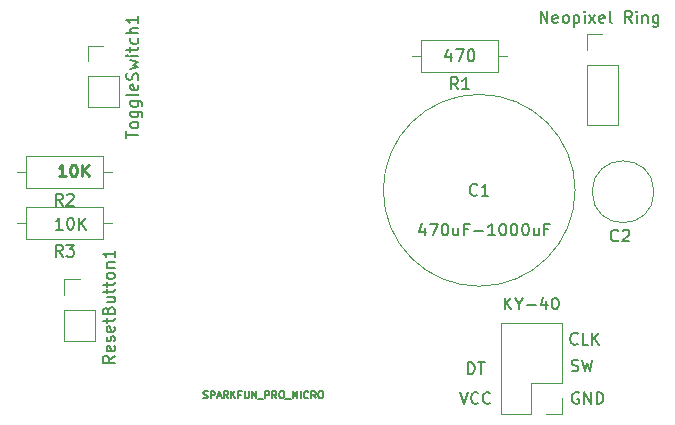
<source format=gbr>
G04 #@! TF.GenerationSoftware,KiCad,Pcbnew,5.1.4-e60b266~84~ubuntu19.04.1*
G04 #@! TF.CreationDate,2019-09-18T16:20:32+02:00*
G04 #@! TF.ProjectId,pro_micro_audio,70726f5f-6d69-4637-926f-5f617564696f,rev?*
G04 #@! TF.SameCoordinates,Original*
G04 #@! TF.FileFunction,Legend,Top*
G04 #@! TF.FilePolarity,Positive*
%FSLAX46Y46*%
G04 Gerber Fmt 4.6, Leading zero omitted, Abs format (unit mm)*
G04 Created by KiCad (PCBNEW 5.1.4-e60b266~84~ubuntu19.04.1) date 2019-09-18 16:20:32*
%MOMM*%
%LPD*%
G04 APERTURE LIST*
%ADD10C,0.150000*%
%ADD11C,0.120000*%
%ADD12C,0.127000*%
%ADD13C,0.250000*%
G04 APERTURE END LIST*
D10*
X142607142Y-102952380D02*
X142607142Y-101952380D01*
X142845238Y-101952380D01*
X142988095Y-102000000D01*
X143083333Y-102095238D01*
X143130952Y-102190476D01*
X143178571Y-102380952D01*
X143178571Y-102523809D01*
X143130952Y-102714285D01*
X143083333Y-102809523D01*
X142988095Y-102904761D01*
X142845238Y-102952380D01*
X142607142Y-102952380D01*
X143464285Y-101952380D02*
X144035714Y-101952380D01*
X143750000Y-102952380D02*
X143750000Y-101952380D01*
X141916666Y-104452380D02*
X142250000Y-105452380D01*
X142583333Y-104452380D01*
X143488095Y-105357142D02*
X143440476Y-105404761D01*
X143297619Y-105452380D01*
X143202380Y-105452380D01*
X143059523Y-105404761D01*
X142964285Y-105309523D01*
X142916666Y-105214285D01*
X142869047Y-105023809D01*
X142869047Y-104880952D01*
X142916666Y-104690476D01*
X142964285Y-104595238D01*
X143059523Y-104500000D01*
X143202380Y-104452380D01*
X143297619Y-104452380D01*
X143440476Y-104500000D01*
X143488095Y-104547619D01*
X144488095Y-105357142D02*
X144440476Y-105404761D01*
X144297619Y-105452380D01*
X144202380Y-105452380D01*
X144059523Y-105404761D01*
X143964285Y-105309523D01*
X143916666Y-105214285D01*
X143869047Y-105023809D01*
X143869047Y-104880952D01*
X143916666Y-104690476D01*
X143964285Y-104595238D01*
X144059523Y-104500000D01*
X144202380Y-104452380D01*
X144297619Y-104452380D01*
X144440476Y-104500000D01*
X144488095Y-104547619D01*
X151988095Y-104500000D02*
X151892857Y-104452380D01*
X151750000Y-104452380D01*
X151607142Y-104500000D01*
X151511904Y-104595238D01*
X151464285Y-104690476D01*
X151416666Y-104880952D01*
X151416666Y-105023809D01*
X151464285Y-105214285D01*
X151511904Y-105309523D01*
X151607142Y-105404761D01*
X151750000Y-105452380D01*
X151845238Y-105452380D01*
X151988095Y-105404761D01*
X152035714Y-105357142D01*
X152035714Y-105023809D01*
X151845238Y-105023809D01*
X152464285Y-105452380D02*
X152464285Y-104452380D01*
X153035714Y-105452380D01*
X153035714Y-104452380D01*
X153511904Y-105452380D02*
X153511904Y-104452380D01*
X153750000Y-104452380D01*
X153892857Y-104500000D01*
X153988095Y-104595238D01*
X154035714Y-104690476D01*
X154083333Y-104880952D01*
X154083333Y-105023809D01*
X154035714Y-105214285D01*
X153988095Y-105309523D01*
X153892857Y-105404761D01*
X153750000Y-105452380D01*
X153511904Y-105452380D01*
X151392857Y-102654761D02*
X151535714Y-102702380D01*
X151773809Y-102702380D01*
X151869047Y-102654761D01*
X151916666Y-102607142D01*
X151964285Y-102511904D01*
X151964285Y-102416666D01*
X151916666Y-102321428D01*
X151869047Y-102273809D01*
X151773809Y-102226190D01*
X151583333Y-102178571D01*
X151488095Y-102130952D01*
X151440476Y-102083333D01*
X151392857Y-101988095D01*
X151392857Y-101892857D01*
X151440476Y-101797619D01*
X151488095Y-101750000D01*
X151583333Y-101702380D01*
X151821428Y-101702380D01*
X151964285Y-101750000D01*
X152297619Y-101702380D02*
X152535714Y-102702380D01*
X152726190Y-101988095D01*
X152916666Y-102702380D01*
X153154761Y-101702380D01*
X151904761Y-100357142D02*
X151857142Y-100404761D01*
X151714285Y-100452380D01*
X151619047Y-100452380D01*
X151476190Y-100404761D01*
X151380952Y-100309523D01*
X151333333Y-100214285D01*
X151285714Y-100023809D01*
X151285714Y-99880952D01*
X151333333Y-99690476D01*
X151380952Y-99595238D01*
X151476190Y-99500000D01*
X151619047Y-99452380D01*
X151714285Y-99452380D01*
X151857142Y-99500000D01*
X151904761Y-99547619D01*
X152809523Y-100452380D02*
X152333333Y-100452380D01*
X152333333Y-99452380D01*
X153142857Y-100452380D02*
X153142857Y-99452380D01*
X153714285Y-100452380D02*
X153285714Y-99880952D01*
X153714285Y-99452380D02*
X153142857Y-100023809D01*
D11*
G04 #@! TO.C,C1*
X151690000Y-87376000D02*
G75*
G03X151690000Y-87376000I-8120000J0D01*
G01*
G04 #@! TO.C,C2*
X158370000Y-87500000D02*
G75*
G03X158370000Y-87500000I-2620000J0D01*
G01*
G04 #@! TO.C,KY-40*
X150580000Y-98590000D02*
X145380000Y-98590000D01*
X150580000Y-103730000D02*
X150580000Y-98590000D01*
X145380000Y-106330000D02*
X145380000Y-98590000D01*
X150580000Y-103730000D02*
X147980000Y-103730000D01*
X147980000Y-103730000D02*
X147980000Y-106330000D01*
X147980000Y-106330000D02*
X145380000Y-106330000D01*
X150580000Y-105000000D02*
X150580000Y-106330000D01*
X150580000Y-106330000D02*
X149250000Y-106330000D01*
G04 #@! TO.C,PinHeader1*
X152670000Y-81870000D02*
X155330000Y-81870000D01*
X152670000Y-76730000D02*
X152670000Y-81870000D01*
X155330000Y-76730000D02*
X155330000Y-81870000D01*
X152670000Y-76730000D02*
X155330000Y-76730000D01*
X152670000Y-75460000D02*
X152670000Y-74130000D01*
X152670000Y-74130000D02*
X154000000Y-74130000D01*
G04 #@! TO.C,R1*
X145190000Y-77370000D02*
X145190000Y-74630000D01*
X145190000Y-74630000D02*
X138650000Y-74630000D01*
X138650000Y-74630000D02*
X138650000Y-77370000D01*
X138650000Y-77370000D02*
X145190000Y-77370000D01*
X145960000Y-76000000D02*
X145190000Y-76000000D01*
X137880000Y-76000000D02*
X138650000Y-76000000D01*
G04 #@! TO.C,R2*
X104418000Y-85852000D02*
X105188000Y-85852000D01*
X112498000Y-85852000D02*
X111728000Y-85852000D01*
X105188000Y-87222000D02*
X111728000Y-87222000D01*
X105188000Y-84482000D02*
X105188000Y-87222000D01*
X111728000Y-84482000D02*
X105188000Y-84482000D01*
X111728000Y-87222000D02*
X111728000Y-84482000D01*
G04 #@! TO.C,R3*
X111728000Y-91540000D02*
X111728000Y-88800000D01*
X111728000Y-88800000D02*
X105188000Y-88800000D01*
X105188000Y-88800000D02*
X105188000Y-91540000D01*
X105188000Y-91540000D02*
X111728000Y-91540000D01*
X112498000Y-90170000D02*
X111728000Y-90170000D01*
X104418000Y-90170000D02*
X105188000Y-90170000D01*
G04 #@! TO.C,ResetButton1*
X108420000Y-94920000D02*
X109750000Y-94920000D01*
X108420000Y-96250000D02*
X108420000Y-94920000D01*
X108420000Y-97520000D02*
X111080000Y-97520000D01*
X111080000Y-97520000D02*
X111080000Y-100120000D01*
X108420000Y-97520000D02*
X108420000Y-100120000D01*
X108420000Y-100120000D02*
X111080000Y-100120000D01*
G04 #@! TO.C,ToggleSwitch1*
X110420000Y-80330000D02*
X113080000Y-80330000D01*
X110420000Y-77730000D02*
X110420000Y-80330000D01*
X113080000Y-77730000D02*
X113080000Y-80330000D01*
X110420000Y-77730000D02*
X113080000Y-77730000D01*
X110420000Y-76460000D02*
X110420000Y-75130000D01*
X110420000Y-75130000D02*
X111750000Y-75130000D01*
G04 #@! TO.C,C1*
D10*
X143403333Y-87733142D02*
X143355714Y-87780761D01*
X143212857Y-87828380D01*
X143117619Y-87828380D01*
X142974761Y-87780761D01*
X142879523Y-87685523D01*
X142831904Y-87590285D01*
X142784285Y-87399809D01*
X142784285Y-87256952D01*
X142831904Y-87066476D01*
X142879523Y-86971238D01*
X142974761Y-86876000D01*
X143117619Y-86828380D01*
X143212857Y-86828380D01*
X143355714Y-86876000D01*
X143403333Y-86923619D01*
X144355714Y-87828380D02*
X143784285Y-87828380D01*
X144070000Y-87828380D02*
X144070000Y-86828380D01*
X143974761Y-86971238D01*
X143879523Y-87066476D01*
X143784285Y-87114095D01*
X138952380Y-90535714D02*
X138952380Y-91202380D01*
X138714285Y-90154761D02*
X138476190Y-90869047D01*
X139095238Y-90869047D01*
X139380952Y-90202380D02*
X140047619Y-90202380D01*
X139619047Y-91202380D01*
X140619047Y-90202380D02*
X140714285Y-90202380D01*
X140809523Y-90250000D01*
X140857142Y-90297619D01*
X140904761Y-90392857D01*
X140952380Y-90583333D01*
X140952380Y-90821428D01*
X140904761Y-91011904D01*
X140857142Y-91107142D01*
X140809523Y-91154761D01*
X140714285Y-91202380D01*
X140619047Y-91202380D01*
X140523809Y-91154761D01*
X140476190Y-91107142D01*
X140428571Y-91011904D01*
X140380952Y-90821428D01*
X140380952Y-90583333D01*
X140428571Y-90392857D01*
X140476190Y-90297619D01*
X140523809Y-90250000D01*
X140619047Y-90202380D01*
X141809523Y-90535714D02*
X141809523Y-91202380D01*
X141380952Y-90535714D02*
X141380952Y-91059523D01*
X141428571Y-91154761D01*
X141523809Y-91202380D01*
X141666666Y-91202380D01*
X141761904Y-91154761D01*
X141809523Y-91107142D01*
X142619047Y-90678571D02*
X142285714Y-90678571D01*
X142285714Y-91202380D02*
X142285714Y-90202380D01*
X142761904Y-90202380D01*
X143142857Y-90821428D02*
X143904761Y-90821428D01*
X144904761Y-91202380D02*
X144333333Y-91202380D01*
X144619047Y-91202380D02*
X144619047Y-90202380D01*
X144523809Y-90345238D01*
X144428571Y-90440476D01*
X144333333Y-90488095D01*
X145523809Y-90202380D02*
X145619047Y-90202380D01*
X145714285Y-90250000D01*
X145761904Y-90297619D01*
X145809523Y-90392857D01*
X145857142Y-90583333D01*
X145857142Y-90821428D01*
X145809523Y-91011904D01*
X145761904Y-91107142D01*
X145714285Y-91154761D01*
X145619047Y-91202380D01*
X145523809Y-91202380D01*
X145428571Y-91154761D01*
X145380952Y-91107142D01*
X145333333Y-91011904D01*
X145285714Y-90821428D01*
X145285714Y-90583333D01*
X145333333Y-90392857D01*
X145380952Y-90297619D01*
X145428571Y-90250000D01*
X145523809Y-90202380D01*
X146476190Y-90202380D02*
X146571428Y-90202380D01*
X146666666Y-90250000D01*
X146714285Y-90297619D01*
X146761904Y-90392857D01*
X146809523Y-90583333D01*
X146809523Y-90821428D01*
X146761904Y-91011904D01*
X146714285Y-91107142D01*
X146666666Y-91154761D01*
X146571428Y-91202380D01*
X146476190Y-91202380D01*
X146380952Y-91154761D01*
X146333333Y-91107142D01*
X146285714Y-91011904D01*
X146238095Y-90821428D01*
X146238095Y-90583333D01*
X146285714Y-90392857D01*
X146333333Y-90297619D01*
X146380952Y-90250000D01*
X146476190Y-90202380D01*
X147428571Y-90202380D02*
X147523809Y-90202380D01*
X147619047Y-90250000D01*
X147666666Y-90297619D01*
X147714285Y-90392857D01*
X147761904Y-90583333D01*
X147761904Y-90821428D01*
X147714285Y-91011904D01*
X147666666Y-91107142D01*
X147619047Y-91154761D01*
X147523809Y-91202380D01*
X147428571Y-91202380D01*
X147333333Y-91154761D01*
X147285714Y-91107142D01*
X147238095Y-91011904D01*
X147190476Y-90821428D01*
X147190476Y-90583333D01*
X147238095Y-90392857D01*
X147285714Y-90297619D01*
X147333333Y-90250000D01*
X147428571Y-90202380D01*
X148619047Y-90535714D02*
X148619047Y-91202380D01*
X148190476Y-90535714D02*
X148190476Y-91059523D01*
X148238095Y-91154761D01*
X148333333Y-91202380D01*
X148476190Y-91202380D01*
X148571428Y-91154761D01*
X148619047Y-91107142D01*
X149428571Y-90678571D02*
X149095238Y-90678571D01*
X149095238Y-91202380D02*
X149095238Y-90202380D01*
X149571428Y-90202380D01*
G04 #@! TO.C,CHEAP_PRO_MICRO1*
D12*
X120220015Y-104958243D02*
X120307101Y-104987272D01*
X120452243Y-104987272D01*
X120510301Y-104958243D01*
X120539329Y-104929215D01*
X120568358Y-104871158D01*
X120568358Y-104813101D01*
X120539329Y-104755043D01*
X120510301Y-104726015D01*
X120452243Y-104696986D01*
X120336129Y-104667958D01*
X120278072Y-104638929D01*
X120249043Y-104609901D01*
X120220015Y-104551843D01*
X120220015Y-104493786D01*
X120249043Y-104435729D01*
X120278072Y-104406701D01*
X120336129Y-104377672D01*
X120481272Y-104377672D01*
X120568358Y-104406701D01*
X120829615Y-104987272D02*
X120829615Y-104377672D01*
X121061843Y-104377672D01*
X121119901Y-104406701D01*
X121148929Y-104435729D01*
X121177958Y-104493786D01*
X121177958Y-104580872D01*
X121148929Y-104638929D01*
X121119901Y-104667958D01*
X121061843Y-104696986D01*
X120829615Y-104696986D01*
X121410186Y-104813101D02*
X121700472Y-104813101D01*
X121352129Y-104987272D02*
X121555329Y-104377672D01*
X121758529Y-104987272D01*
X122310072Y-104987272D02*
X122106872Y-104696986D01*
X121961729Y-104987272D02*
X121961729Y-104377672D01*
X122193958Y-104377672D01*
X122252015Y-104406701D01*
X122281043Y-104435729D01*
X122310072Y-104493786D01*
X122310072Y-104580872D01*
X122281043Y-104638929D01*
X122252015Y-104667958D01*
X122193958Y-104696986D01*
X121961729Y-104696986D01*
X122571329Y-104987272D02*
X122571329Y-104377672D01*
X122919672Y-104987272D02*
X122658415Y-104638929D01*
X122919672Y-104377672D02*
X122571329Y-104726015D01*
X123384129Y-104667958D02*
X123180929Y-104667958D01*
X123180929Y-104987272D02*
X123180929Y-104377672D01*
X123471215Y-104377672D01*
X123703443Y-104377672D02*
X123703443Y-104871158D01*
X123732472Y-104929215D01*
X123761501Y-104958243D01*
X123819558Y-104987272D01*
X123935672Y-104987272D01*
X123993729Y-104958243D01*
X124022758Y-104929215D01*
X124051786Y-104871158D01*
X124051786Y-104377672D01*
X124342072Y-104987272D02*
X124342072Y-104377672D01*
X124690415Y-104987272D01*
X124690415Y-104377672D01*
X124835558Y-105045329D02*
X125300015Y-105045329D01*
X125445158Y-104987272D02*
X125445158Y-104377672D01*
X125677386Y-104377672D01*
X125735443Y-104406701D01*
X125764472Y-104435729D01*
X125793501Y-104493786D01*
X125793501Y-104580872D01*
X125764472Y-104638929D01*
X125735443Y-104667958D01*
X125677386Y-104696986D01*
X125445158Y-104696986D01*
X126403101Y-104987272D02*
X126199901Y-104696986D01*
X126054758Y-104987272D02*
X126054758Y-104377672D01*
X126286986Y-104377672D01*
X126345043Y-104406701D01*
X126374072Y-104435729D01*
X126403101Y-104493786D01*
X126403101Y-104580872D01*
X126374072Y-104638929D01*
X126345043Y-104667958D01*
X126286986Y-104696986D01*
X126054758Y-104696986D01*
X126780472Y-104377672D02*
X126896586Y-104377672D01*
X126954643Y-104406701D01*
X127012701Y-104464758D01*
X127041729Y-104580872D01*
X127041729Y-104784072D01*
X127012701Y-104900186D01*
X126954643Y-104958243D01*
X126896586Y-104987272D01*
X126780472Y-104987272D01*
X126722415Y-104958243D01*
X126664358Y-104900186D01*
X126635329Y-104784072D01*
X126635329Y-104580872D01*
X126664358Y-104464758D01*
X126722415Y-104406701D01*
X126780472Y-104377672D01*
X127157843Y-105045329D02*
X127622301Y-105045329D01*
X127767443Y-104987272D02*
X127767443Y-104377672D01*
X127970643Y-104813101D01*
X128173843Y-104377672D01*
X128173843Y-104987272D01*
X128464129Y-104987272D02*
X128464129Y-104377672D01*
X129102758Y-104929215D02*
X129073729Y-104958243D01*
X128986643Y-104987272D01*
X128928586Y-104987272D01*
X128841501Y-104958243D01*
X128783443Y-104900186D01*
X128754415Y-104842129D01*
X128725386Y-104726015D01*
X128725386Y-104638929D01*
X128754415Y-104522815D01*
X128783443Y-104464758D01*
X128841501Y-104406701D01*
X128928586Y-104377672D01*
X128986643Y-104377672D01*
X129073729Y-104406701D01*
X129102758Y-104435729D01*
X129712358Y-104987272D02*
X129509158Y-104696986D01*
X129364015Y-104987272D02*
X129364015Y-104377672D01*
X129596243Y-104377672D01*
X129654301Y-104406701D01*
X129683329Y-104435729D01*
X129712358Y-104493786D01*
X129712358Y-104580872D01*
X129683329Y-104638929D01*
X129654301Y-104667958D01*
X129596243Y-104696986D01*
X129364015Y-104696986D01*
X130089729Y-104377672D02*
X130205843Y-104377672D01*
X130263901Y-104406701D01*
X130321958Y-104464758D01*
X130350986Y-104580872D01*
X130350986Y-104784072D01*
X130321958Y-104900186D01*
X130263901Y-104958243D01*
X130205843Y-104987272D01*
X130089729Y-104987272D01*
X130031672Y-104958243D01*
X129973615Y-104900186D01*
X129944586Y-104784072D01*
X129944586Y-104580872D01*
X129973615Y-104464758D01*
X130031672Y-104406701D01*
X130089729Y-104377672D01*
G04 #@! TO.C,C2*
D10*
X155333333Y-91607142D02*
X155285714Y-91654761D01*
X155142857Y-91702380D01*
X155047619Y-91702380D01*
X154904761Y-91654761D01*
X154809523Y-91559523D01*
X154761904Y-91464285D01*
X154714285Y-91273809D01*
X154714285Y-91130952D01*
X154761904Y-90940476D01*
X154809523Y-90845238D01*
X154904761Y-90750000D01*
X155047619Y-90702380D01*
X155142857Y-90702380D01*
X155285714Y-90750000D01*
X155333333Y-90797619D01*
X155714285Y-90797619D02*
X155761904Y-90750000D01*
X155857142Y-90702380D01*
X156095238Y-90702380D01*
X156190476Y-90750000D01*
X156238095Y-90797619D01*
X156285714Y-90892857D01*
X156285714Y-90988095D01*
X156238095Y-91130952D01*
X155666666Y-91702380D01*
X156285714Y-91702380D01*
G04 #@! TO.C,KY-40*
X145718095Y-97452380D02*
X145718095Y-96452380D01*
X146289523Y-97452380D02*
X145860952Y-96880952D01*
X146289523Y-96452380D02*
X145718095Y-97023809D01*
X146908571Y-96976190D02*
X146908571Y-97452380D01*
X146575238Y-96452380D02*
X146908571Y-96976190D01*
X147241904Y-96452380D01*
X147575238Y-97071428D02*
X148337142Y-97071428D01*
X149241904Y-96785714D02*
X149241904Y-97452380D01*
X149003809Y-96404761D02*
X148765714Y-97119047D01*
X149384761Y-97119047D01*
X149956190Y-96452380D02*
X150051428Y-96452380D01*
X150146666Y-96500000D01*
X150194285Y-96547619D01*
X150241904Y-96642857D01*
X150289523Y-96833333D01*
X150289523Y-97071428D01*
X150241904Y-97261904D01*
X150194285Y-97357142D01*
X150146666Y-97404761D01*
X150051428Y-97452380D01*
X149956190Y-97452380D01*
X149860952Y-97404761D01*
X149813333Y-97357142D01*
X149765714Y-97261904D01*
X149718095Y-97071428D01*
X149718095Y-96833333D01*
X149765714Y-96642857D01*
X149813333Y-96547619D01*
X149860952Y-96500000D01*
X149956190Y-96452380D01*
G04 #@! TO.C,PinHeader1*
X148773809Y-73202380D02*
X148773809Y-72202380D01*
X149345238Y-73202380D01*
X149345238Y-72202380D01*
X150202380Y-73154761D02*
X150107142Y-73202380D01*
X149916666Y-73202380D01*
X149821428Y-73154761D01*
X149773809Y-73059523D01*
X149773809Y-72678571D01*
X149821428Y-72583333D01*
X149916666Y-72535714D01*
X150107142Y-72535714D01*
X150202380Y-72583333D01*
X150250000Y-72678571D01*
X150250000Y-72773809D01*
X149773809Y-72869047D01*
X150821428Y-73202380D02*
X150726190Y-73154761D01*
X150678571Y-73107142D01*
X150630952Y-73011904D01*
X150630952Y-72726190D01*
X150678571Y-72630952D01*
X150726190Y-72583333D01*
X150821428Y-72535714D01*
X150964285Y-72535714D01*
X151059523Y-72583333D01*
X151107142Y-72630952D01*
X151154761Y-72726190D01*
X151154761Y-73011904D01*
X151107142Y-73107142D01*
X151059523Y-73154761D01*
X150964285Y-73202380D01*
X150821428Y-73202380D01*
X151583333Y-72535714D02*
X151583333Y-73535714D01*
X151583333Y-72583333D02*
X151678571Y-72535714D01*
X151869047Y-72535714D01*
X151964285Y-72583333D01*
X152011904Y-72630952D01*
X152059523Y-72726190D01*
X152059523Y-73011904D01*
X152011904Y-73107142D01*
X151964285Y-73154761D01*
X151869047Y-73202380D01*
X151678571Y-73202380D01*
X151583333Y-73154761D01*
X152488095Y-73202380D02*
X152488095Y-72535714D01*
X152488095Y-72202380D02*
X152440476Y-72250000D01*
X152488095Y-72297619D01*
X152535714Y-72250000D01*
X152488095Y-72202380D01*
X152488095Y-72297619D01*
X152869047Y-73202380D02*
X153392857Y-72535714D01*
X152869047Y-72535714D02*
X153392857Y-73202380D01*
X154154761Y-73154761D02*
X154059523Y-73202380D01*
X153869047Y-73202380D01*
X153773809Y-73154761D01*
X153726190Y-73059523D01*
X153726190Y-72678571D01*
X153773809Y-72583333D01*
X153869047Y-72535714D01*
X154059523Y-72535714D01*
X154154761Y-72583333D01*
X154202380Y-72678571D01*
X154202380Y-72773809D01*
X153726190Y-72869047D01*
X154773809Y-73202380D02*
X154678571Y-73154761D01*
X154630952Y-73059523D01*
X154630952Y-72202380D01*
X156488095Y-73202380D02*
X156154761Y-72726190D01*
X155916666Y-73202380D02*
X155916666Y-72202380D01*
X156297619Y-72202380D01*
X156392857Y-72250000D01*
X156440476Y-72297619D01*
X156488095Y-72392857D01*
X156488095Y-72535714D01*
X156440476Y-72630952D01*
X156392857Y-72678571D01*
X156297619Y-72726190D01*
X155916666Y-72726190D01*
X156916666Y-73202380D02*
X156916666Y-72535714D01*
X156916666Y-72202380D02*
X156869047Y-72250000D01*
X156916666Y-72297619D01*
X156964285Y-72250000D01*
X156916666Y-72202380D01*
X156916666Y-72297619D01*
X157392857Y-72535714D02*
X157392857Y-73202380D01*
X157392857Y-72630952D02*
X157440476Y-72583333D01*
X157535714Y-72535714D01*
X157678571Y-72535714D01*
X157773809Y-72583333D01*
X157821428Y-72678571D01*
X157821428Y-73202380D01*
X158726190Y-72535714D02*
X158726190Y-73345238D01*
X158678571Y-73440476D01*
X158630952Y-73488095D01*
X158535714Y-73535714D01*
X158392857Y-73535714D01*
X158297619Y-73488095D01*
X158726190Y-73154761D02*
X158630952Y-73202380D01*
X158440476Y-73202380D01*
X158345238Y-73154761D01*
X158297619Y-73107142D01*
X158250000Y-73011904D01*
X158250000Y-72726190D01*
X158297619Y-72630952D01*
X158345238Y-72583333D01*
X158440476Y-72535714D01*
X158630952Y-72535714D01*
X158726190Y-72583333D01*
G04 #@! TO.C,R1*
X141753333Y-78822380D02*
X141420000Y-78346190D01*
X141181904Y-78822380D02*
X141181904Y-77822380D01*
X141562857Y-77822380D01*
X141658095Y-77870000D01*
X141705714Y-77917619D01*
X141753333Y-78012857D01*
X141753333Y-78155714D01*
X141705714Y-78250952D01*
X141658095Y-78298571D01*
X141562857Y-78346190D01*
X141181904Y-78346190D01*
X142705714Y-78822380D02*
X142134285Y-78822380D01*
X142420000Y-78822380D02*
X142420000Y-77822380D01*
X142324761Y-77965238D01*
X142229523Y-78060476D01*
X142134285Y-78108095D01*
X141158095Y-75785714D02*
X141158095Y-76452380D01*
X140920000Y-75404761D02*
X140681904Y-76119047D01*
X141300952Y-76119047D01*
X141586666Y-75452380D02*
X142253333Y-75452380D01*
X141824761Y-76452380D01*
X142824761Y-75452380D02*
X142920000Y-75452380D01*
X143015238Y-75500000D01*
X143062857Y-75547619D01*
X143110476Y-75642857D01*
X143158095Y-75833333D01*
X143158095Y-76071428D01*
X143110476Y-76261904D01*
X143062857Y-76357142D01*
X143015238Y-76404761D01*
X142920000Y-76452380D01*
X142824761Y-76452380D01*
X142729523Y-76404761D01*
X142681904Y-76357142D01*
X142634285Y-76261904D01*
X142586666Y-76071428D01*
X142586666Y-75833333D01*
X142634285Y-75642857D01*
X142681904Y-75547619D01*
X142729523Y-75500000D01*
X142824761Y-75452380D01*
G04 #@! TO.C,R2*
X108291333Y-88674380D02*
X107958000Y-88198190D01*
X107719904Y-88674380D02*
X107719904Y-87674380D01*
X108100857Y-87674380D01*
X108196095Y-87722000D01*
X108243714Y-87769619D01*
X108291333Y-87864857D01*
X108291333Y-88007714D01*
X108243714Y-88102952D01*
X108196095Y-88150571D01*
X108100857Y-88198190D01*
X107719904Y-88198190D01*
X108672285Y-87769619D02*
X108719904Y-87722000D01*
X108815142Y-87674380D01*
X109053238Y-87674380D01*
X109148476Y-87722000D01*
X109196095Y-87769619D01*
X109243714Y-87864857D01*
X109243714Y-87960095D01*
X109196095Y-88102952D01*
X108624666Y-88674380D01*
X109243714Y-88674380D01*
D13*
X108559523Y-86202380D02*
X107988095Y-86202380D01*
X108273809Y-86202380D02*
X108273809Y-85202380D01*
X108178571Y-85345238D01*
X108083333Y-85440476D01*
X107988095Y-85488095D01*
X109178571Y-85202380D02*
X109273809Y-85202380D01*
X109369047Y-85250000D01*
X109416666Y-85297619D01*
X109464285Y-85392857D01*
X109511904Y-85583333D01*
X109511904Y-85821428D01*
X109464285Y-86011904D01*
X109416666Y-86107142D01*
X109369047Y-86154761D01*
X109273809Y-86202380D01*
X109178571Y-86202380D01*
X109083333Y-86154761D01*
X109035714Y-86107142D01*
X108988095Y-86011904D01*
X108940476Y-85821428D01*
X108940476Y-85583333D01*
X108988095Y-85392857D01*
X109035714Y-85297619D01*
X109083333Y-85250000D01*
X109178571Y-85202380D01*
X109940476Y-86202380D02*
X109940476Y-85202380D01*
X110511904Y-86202380D02*
X110083333Y-85630952D01*
X110511904Y-85202380D02*
X109940476Y-85773809D01*
G04 #@! TO.C,R3*
D10*
X108291333Y-92992380D02*
X107958000Y-92516190D01*
X107719904Y-92992380D02*
X107719904Y-91992380D01*
X108100857Y-91992380D01*
X108196095Y-92040000D01*
X108243714Y-92087619D01*
X108291333Y-92182857D01*
X108291333Y-92325714D01*
X108243714Y-92420952D01*
X108196095Y-92468571D01*
X108100857Y-92516190D01*
X107719904Y-92516190D01*
X108624666Y-91992380D02*
X109243714Y-91992380D01*
X108910380Y-92373333D01*
X109053238Y-92373333D01*
X109148476Y-92420952D01*
X109196095Y-92468571D01*
X109243714Y-92563809D01*
X109243714Y-92801904D01*
X109196095Y-92897142D01*
X109148476Y-92944761D01*
X109053238Y-92992380D01*
X108767523Y-92992380D01*
X108672285Y-92944761D01*
X108624666Y-92897142D01*
X108309523Y-90702380D02*
X107738095Y-90702380D01*
X108023809Y-90702380D02*
X108023809Y-89702380D01*
X107928571Y-89845238D01*
X107833333Y-89940476D01*
X107738095Y-89988095D01*
X108928571Y-89702380D02*
X109023809Y-89702380D01*
X109119047Y-89750000D01*
X109166666Y-89797619D01*
X109214285Y-89892857D01*
X109261904Y-90083333D01*
X109261904Y-90321428D01*
X109214285Y-90511904D01*
X109166666Y-90607142D01*
X109119047Y-90654761D01*
X109023809Y-90702380D01*
X108928571Y-90702380D01*
X108833333Y-90654761D01*
X108785714Y-90607142D01*
X108738095Y-90511904D01*
X108690476Y-90321428D01*
X108690476Y-90083333D01*
X108738095Y-89892857D01*
X108785714Y-89797619D01*
X108833333Y-89750000D01*
X108928571Y-89702380D01*
X109690476Y-90702380D02*
X109690476Y-89702380D01*
X110261904Y-90702380D02*
X109833333Y-90130952D01*
X110261904Y-89702380D02*
X109690476Y-90273809D01*
G04 #@! TO.C,ResetButton1*
X112702380Y-101392857D02*
X112226190Y-101726190D01*
X112702380Y-101964285D02*
X111702380Y-101964285D01*
X111702380Y-101583333D01*
X111750000Y-101488095D01*
X111797619Y-101440476D01*
X111892857Y-101392857D01*
X112035714Y-101392857D01*
X112130952Y-101440476D01*
X112178571Y-101488095D01*
X112226190Y-101583333D01*
X112226190Y-101964285D01*
X112654761Y-100583333D02*
X112702380Y-100678571D01*
X112702380Y-100869047D01*
X112654761Y-100964285D01*
X112559523Y-101011904D01*
X112178571Y-101011904D01*
X112083333Y-100964285D01*
X112035714Y-100869047D01*
X112035714Y-100678571D01*
X112083333Y-100583333D01*
X112178571Y-100535714D01*
X112273809Y-100535714D01*
X112369047Y-101011904D01*
X112654761Y-100154761D02*
X112702380Y-100059523D01*
X112702380Y-99869047D01*
X112654761Y-99773809D01*
X112559523Y-99726190D01*
X112511904Y-99726190D01*
X112416666Y-99773809D01*
X112369047Y-99869047D01*
X112369047Y-100011904D01*
X112321428Y-100107142D01*
X112226190Y-100154761D01*
X112178571Y-100154761D01*
X112083333Y-100107142D01*
X112035714Y-100011904D01*
X112035714Y-99869047D01*
X112083333Y-99773809D01*
X112654761Y-98916666D02*
X112702380Y-99011904D01*
X112702380Y-99202380D01*
X112654761Y-99297619D01*
X112559523Y-99345238D01*
X112178571Y-99345238D01*
X112083333Y-99297619D01*
X112035714Y-99202380D01*
X112035714Y-99011904D01*
X112083333Y-98916666D01*
X112178571Y-98869047D01*
X112273809Y-98869047D01*
X112369047Y-99345238D01*
X112035714Y-98583333D02*
X112035714Y-98202380D01*
X111702380Y-98440476D02*
X112559523Y-98440476D01*
X112654761Y-98392857D01*
X112702380Y-98297619D01*
X112702380Y-98202380D01*
X112178571Y-97535714D02*
X112226190Y-97392857D01*
X112273809Y-97345238D01*
X112369047Y-97297619D01*
X112511904Y-97297619D01*
X112607142Y-97345238D01*
X112654761Y-97392857D01*
X112702380Y-97488095D01*
X112702380Y-97869047D01*
X111702380Y-97869047D01*
X111702380Y-97535714D01*
X111750000Y-97440476D01*
X111797619Y-97392857D01*
X111892857Y-97345238D01*
X111988095Y-97345238D01*
X112083333Y-97392857D01*
X112130952Y-97440476D01*
X112178571Y-97535714D01*
X112178571Y-97869047D01*
X112035714Y-96440476D02*
X112702380Y-96440476D01*
X112035714Y-96869047D02*
X112559523Y-96869047D01*
X112654761Y-96821428D01*
X112702380Y-96726190D01*
X112702380Y-96583333D01*
X112654761Y-96488095D01*
X112607142Y-96440476D01*
X112035714Y-96107142D02*
X112035714Y-95726190D01*
X111702380Y-95964285D02*
X112559523Y-95964285D01*
X112654761Y-95916666D01*
X112702380Y-95821428D01*
X112702380Y-95726190D01*
X112035714Y-95535714D02*
X112035714Y-95154761D01*
X111702380Y-95392857D02*
X112559523Y-95392857D01*
X112654761Y-95345238D01*
X112702380Y-95250000D01*
X112702380Y-95154761D01*
X112702380Y-94678571D02*
X112654761Y-94773809D01*
X112607142Y-94821428D01*
X112511904Y-94869047D01*
X112226190Y-94869047D01*
X112130952Y-94821428D01*
X112083333Y-94773809D01*
X112035714Y-94678571D01*
X112035714Y-94535714D01*
X112083333Y-94440476D01*
X112130952Y-94392857D01*
X112226190Y-94345238D01*
X112511904Y-94345238D01*
X112607142Y-94392857D01*
X112654761Y-94440476D01*
X112702380Y-94535714D01*
X112702380Y-94678571D01*
X112035714Y-93916666D02*
X112702380Y-93916666D01*
X112130952Y-93916666D02*
X112083333Y-93869047D01*
X112035714Y-93773809D01*
X112035714Y-93630952D01*
X112083333Y-93535714D01*
X112178571Y-93488095D01*
X112702380Y-93488095D01*
X112702380Y-92488095D02*
X112702380Y-93059523D01*
X112702380Y-92773809D02*
X111702380Y-92773809D01*
X111845238Y-92869047D01*
X111940476Y-92964285D01*
X111988095Y-93059523D01*
G04 #@! TO.C,ToggleSwitch1*
X113702380Y-82964285D02*
X113702380Y-82392857D01*
X114702380Y-82678571D02*
X113702380Y-82678571D01*
X114702380Y-81916666D02*
X114654761Y-82011904D01*
X114607142Y-82059523D01*
X114511904Y-82107142D01*
X114226190Y-82107142D01*
X114130952Y-82059523D01*
X114083333Y-82011904D01*
X114035714Y-81916666D01*
X114035714Y-81773809D01*
X114083333Y-81678571D01*
X114130952Y-81630952D01*
X114226190Y-81583333D01*
X114511904Y-81583333D01*
X114607142Y-81630952D01*
X114654761Y-81678571D01*
X114702380Y-81773809D01*
X114702380Y-81916666D01*
X114035714Y-80726190D02*
X114845238Y-80726190D01*
X114940476Y-80773809D01*
X114988095Y-80821428D01*
X115035714Y-80916666D01*
X115035714Y-81059523D01*
X114988095Y-81154761D01*
X114654761Y-80726190D02*
X114702380Y-80821428D01*
X114702380Y-81011904D01*
X114654761Y-81107142D01*
X114607142Y-81154761D01*
X114511904Y-81202380D01*
X114226190Y-81202380D01*
X114130952Y-81154761D01*
X114083333Y-81107142D01*
X114035714Y-81011904D01*
X114035714Y-80821428D01*
X114083333Y-80726190D01*
X114035714Y-79821428D02*
X114845238Y-79821428D01*
X114940476Y-79869047D01*
X114988095Y-79916666D01*
X115035714Y-80011904D01*
X115035714Y-80154761D01*
X114988095Y-80250000D01*
X114654761Y-79821428D02*
X114702380Y-79916666D01*
X114702380Y-80107142D01*
X114654761Y-80202380D01*
X114607142Y-80250000D01*
X114511904Y-80297619D01*
X114226190Y-80297619D01*
X114130952Y-80250000D01*
X114083333Y-80202380D01*
X114035714Y-80107142D01*
X114035714Y-79916666D01*
X114083333Y-79821428D01*
X114702380Y-79202380D02*
X114654761Y-79297619D01*
X114559523Y-79345238D01*
X113702380Y-79345238D01*
X114654761Y-78440476D02*
X114702380Y-78535714D01*
X114702380Y-78726190D01*
X114654761Y-78821428D01*
X114559523Y-78869047D01*
X114178571Y-78869047D01*
X114083333Y-78821428D01*
X114035714Y-78726190D01*
X114035714Y-78535714D01*
X114083333Y-78440476D01*
X114178571Y-78392857D01*
X114273809Y-78392857D01*
X114369047Y-78869047D01*
X114654761Y-78011904D02*
X114702380Y-77869047D01*
X114702380Y-77630952D01*
X114654761Y-77535714D01*
X114607142Y-77488095D01*
X114511904Y-77440476D01*
X114416666Y-77440476D01*
X114321428Y-77488095D01*
X114273809Y-77535714D01*
X114226190Y-77630952D01*
X114178571Y-77821428D01*
X114130952Y-77916666D01*
X114083333Y-77964285D01*
X113988095Y-78011904D01*
X113892857Y-78011904D01*
X113797619Y-77964285D01*
X113750000Y-77916666D01*
X113702380Y-77821428D01*
X113702380Y-77583333D01*
X113750000Y-77440476D01*
X114035714Y-77107142D02*
X114702380Y-76916666D01*
X114226190Y-76726190D01*
X114702380Y-76535714D01*
X114035714Y-76345238D01*
X114702380Y-75964285D02*
X114035714Y-75964285D01*
X113702380Y-75964285D02*
X113750000Y-76011904D01*
X113797619Y-75964285D01*
X113750000Y-75916666D01*
X113702380Y-75964285D01*
X113797619Y-75964285D01*
X114035714Y-75630952D02*
X114035714Y-75250000D01*
X113702380Y-75488095D02*
X114559523Y-75488095D01*
X114654761Y-75440476D01*
X114702380Y-75345238D01*
X114702380Y-75250000D01*
X114654761Y-74488095D02*
X114702380Y-74583333D01*
X114702380Y-74773809D01*
X114654761Y-74869047D01*
X114607142Y-74916666D01*
X114511904Y-74964285D01*
X114226190Y-74964285D01*
X114130952Y-74916666D01*
X114083333Y-74869047D01*
X114035714Y-74773809D01*
X114035714Y-74583333D01*
X114083333Y-74488095D01*
X114702380Y-74059523D02*
X113702380Y-74059523D01*
X114702380Y-73630952D02*
X114178571Y-73630952D01*
X114083333Y-73678571D01*
X114035714Y-73773809D01*
X114035714Y-73916666D01*
X114083333Y-74011904D01*
X114130952Y-74059523D01*
X114702380Y-72630952D02*
X114702380Y-73202380D01*
X114702380Y-72916666D02*
X113702380Y-72916666D01*
X113845238Y-73011904D01*
X113940476Y-73107142D01*
X113988095Y-73202380D01*
G04 #@! TD*
M02*

</source>
